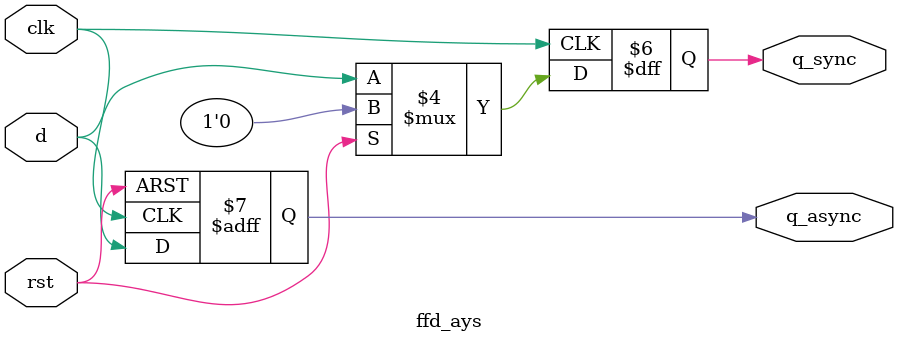
<source format=v>
module ffd_ays (
    input wire clk,
    input wire rst,
    input wire d,
    output reg q_async,
    output reg q_sync
);
    
    always @(posedge clk or posedge rst) begin
        if (rst) begin
            q_async <= 1'b0;
        end else begin
            q_async <= d;
        end
    end

    always @(posedge clk) begin
        if (rst) begin
            q_sync <= 1'b0;
        end else begin
            q_sync <= d;
        end
    end
endmodule
</source>
